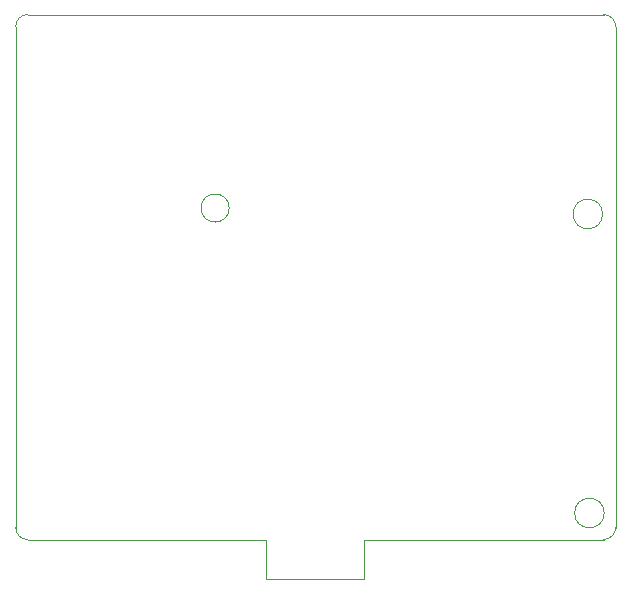
<source format=gbr>
G04 #@! TF.GenerationSoftware,KiCad,Pcbnew,(5.1.5)-2*
G04 #@! TF.CreationDate,2020-01-06T21:48:33-06:00*
G04 #@! TF.ProjectId,WirelessEStop_Tx,57697265-6c65-4737-9345-53746f705f54,rev?*
G04 #@! TF.SameCoordinates,Original*
G04 #@! TF.FileFunction,Profile,NP*
%FSLAX46Y46*%
G04 Gerber Fmt 4.6, Leading zero omitted, Abs format (unit mm)*
G04 Created by KiCad (PCBNEW (5.1.5)-2) date 2020-01-06 21:48:33*
%MOMM*%
%LPD*%
G04 APERTURE LIST*
%ADD10C,0.100000*%
G04 APERTURE END LIST*
D10*
X151300500Y-135001000D02*
G75*
G03X151300500Y-135001000I-1250000J0D01*
G01*
X138493500Y-162560000D02*
X131127500Y-162560000D01*
X143510000Y-162560000D02*
X138493500Y-162560000D01*
X147828000Y-162560000D02*
X143510000Y-162560000D01*
X151384000Y-162560000D02*
X147828000Y-162560000D01*
X131127500Y-165925500D02*
X131127500Y-162560000D01*
X125031500Y-165925500D02*
X131127500Y-165925500D01*
X123444000Y-165925500D02*
X125031500Y-165925500D01*
X122809000Y-165925500D02*
X123444000Y-165925500D01*
X122809000Y-165862000D02*
X122809000Y-165925500D01*
X122809000Y-162560000D02*
X122809000Y-165862000D01*
X122555000Y-162560000D02*
X122809000Y-162560000D01*
X102616000Y-162560000D02*
X122555000Y-162560000D01*
X152400000Y-161544000D02*
G75*
G02X151384000Y-162560000I-1016000J0D01*
G01*
X151384000Y-118110000D02*
G75*
G02X152400000Y-119126000I0J-1016000D01*
G01*
X101600000Y-119126000D02*
G75*
G02X102616000Y-118110000I1016000J0D01*
G01*
X102616000Y-162560000D02*
G75*
G02X101600000Y-161544000I0J1016000D01*
G01*
X152400000Y-119126000D02*
X152400000Y-161544000D01*
X102616000Y-118110000D02*
X151384000Y-118110000D01*
X151427500Y-160317500D02*
G75*
G03X151427500Y-160317500I-1250000J0D01*
G01*
X119681625Y-134493000D02*
G75*
G03X119681625Y-134493000I-1190625J0D01*
G01*
X101600000Y-161544000D02*
X101600000Y-119126000D01*
M02*

</source>
